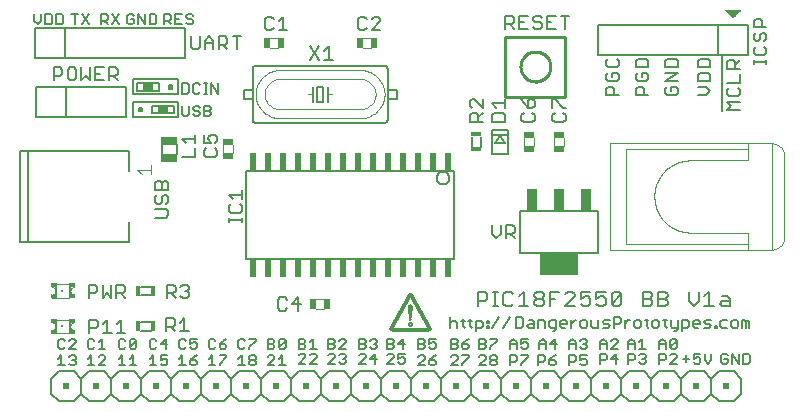
<source format=gto>
G75*
G70*
%OFA0B0*%
%FSLAX24Y24*%
%IPPOS*%
%LPD*%
%AMOC8*
5,1,8,0,0,1.08239X$1,22.5*
%
%ADD10C,0.0080*%
%ADD11C,0.0060*%
%ADD12C,0.0050*%
%ADD13C,0.0025*%
%ADD14C,0.0040*%
%ADD15C,0.0020*%
%ADD16R,0.0197X0.0374*%
%ADD17R,0.0197X0.0374*%
%ADD18R,0.1260X0.0730*%
%ADD19R,0.0340X0.0730*%
%ADD20R,0.0374X0.0197*%
%ADD21R,0.0374X0.0197*%
%ADD22R,0.0551X0.0256*%
%ADD23C,0.0049*%
%ADD24C,0.0086*%
%ADD25R,0.0340X0.0160*%
%ADD26R,0.0197X0.0128*%
%ADD27R,0.0098X0.0059*%
%ADD28R,0.0069X0.0157*%
%ADD29R,0.0079X0.0079*%
%ADD30R,0.0118X0.0118*%
%ADD31R,0.0030X0.0128*%
%ADD32R,0.0160X0.0340*%
%ADD33C,0.0120*%
%ADD34R,0.0200X0.0600*%
%ADD35R,0.0200X0.0200*%
%ADD36R,0.0551X0.0079*%
D10*
X002441Y002711D02*
X002441Y003131D01*
X002651Y003131D01*
X002721Y003061D01*
X002721Y002921D01*
X002651Y002851D01*
X002441Y002851D01*
X002901Y002711D02*
X003181Y002711D01*
X003041Y002711D02*
X003041Y003131D01*
X002901Y002991D01*
X003361Y002991D02*
X003502Y003131D01*
X003502Y002711D01*
X003642Y002711D02*
X003361Y002711D01*
X003342Y003878D02*
X003342Y004299D01*
X003553Y004299D01*
X003623Y004229D01*
X003623Y004088D01*
X003553Y004018D01*
X003342Y004018D01*
X003483Y004018D02*
X003623Y003878D01*
X003162Y003878D02*
X003162Y004299D01*
X002882Y004299D02*
X002882Y003878D01*
X003022Y004018D01*
X003162Y003878D01*
X002702Y004088D02*
X002702Y004229D01*
X002632Y004299D01*
X002422Y004299D01*
X002422Y003878D01*
X002422Y004018D02*
X002632Y004018D01*
X002702Y004088D01*
X015384Y004077D02*
X015384Y003597D01*
X015384Y003757D02*
X015624Y003757D01*
X015704Y003837D01*
X015704Y003997D01*
X015624Y004077D01*
X015384Y004077D01*
X015899Y004077D02*
X016059Y004077D01*
X015979Y004077D02*
X015979Y003597D01*
X015899Y003597D02*
X016059Y003597D01*
X016243Y003677D02*
X016323Y003597D01*
X016483Y003597D01*
X016563Y003677D01*
X016759Y003597D02*
X017079Y003597D01*
X016919Y003597D02*
X016919Y004077D01*
X016759Y003917D01*
X016563Y003997D02*
X016483Y004077D01*
X016323Y004077D01*
X016243Y003997D01*
X016243Y003677D01*
X017274Y003677D02*
X017274Y003757D01*
X017354Y003837D01*
X017514Y003837D01*
X017594Y003757D01*
X017594Y003677D01*
X017514Y003597D01*
X017354Y003597D01*
X017274Y003677D01*
X017354Y003837D02*
X017274Y003917D01*
X017274Y003997D01*
X017354Y004077D01*
X017514Y004077D01*
X017594Y003997D01*
X017594Y003917D01*
X017514Y003837D01*
X017790Y003837D02*
X017950Y003837D01*
X017790Y003597D02*
X017790Y004077D01*
X018110Y004077D01*
X018306Y003997D02*
X018386Y004077D01*
X018546Y004077D01*
X018626Y003997D01*
X018626Y003917D01*
X018306Y003597D01*
X018626Y003597D01*
X018821Y003677D02*
X018901Y003597D01*
X019061Y003597D01*
X019141Y003677D01*
X019141Y003837D01*
X019061Y003917D01*
X018981Y003917D01*
X018821Y003837D01*
X018821Y004077D01*
X019141Y004077D01*
X019337Y004077D02*
X019337Y003837D01*
X019497Y003917D01*
X019577Y003917D01*
X019657Y003837D01*
X019657Y003677D01*
X019577Y003597D01*
X019417Y003597D01*
X019337Y003677D01*
X019852Y003677D02*
X020173Y003997D01*
X020173Y003677D01*
X020093Y003597D01*
X019932Y003597D01*
X019852Y003677D01*
X019852Y003997D01*
X019932Y004077D01*
X020093Y004077D01*
X020173Y003997D01*
X019657Y004077D02*
X019337Y004077D01*
X020884Y004077D02*
X020884Y003597D01*
X021124Y003597D01*
X021204Y003677D01*
X021204Y003757D01*
X021124Y003837D01*
X020884Y003837D01*
X021124Y003837D02*
X021204Y003917D01*
X021204Y003997D01*
X021124Y004077D01*
X020884Y004077D01*
X021399Y004077D02*
X021639Y004077D01*
X021720Y003997D01*
X021720Y003917D01*
X021639Y003837D01*
X021399Y003837D01*
X021399Y003597D02*
X021639Y003597D01*
X021720Y003677D01*
X021720Y003757D01*
X021639Y003837D01*
X021399Y003597D02*
X021399Y004077D01*
X022431Y004077D02*
X022431Y003757D01*
X022591Y003597D01*
X022751Y003757D01*
X022751Y004077D01*
X022946Y003917D02*
X023106Y004077D01*
X023106Y003597D01*
X022946Y003597D02*
X023266Y003597D01*
X023462Y003677D02*
X023542Y003757D01*
X023782Y003757D01*
X023782Y003837D02*
X023782Y003597D01*
X023542Y003597D01*
X023462Y003677D01*
X023702Y003917D02*
X023782Y003837D01*
X023702Y003917D02*
X023542Y003917D01*
X019390Y005367D02*
X016809Y005367D01*
X016809Y006767D01*
X019390Y006767D01*
X019390Y005367D01*
X023541Y010082D02*
X023541Y011923D01*
X023700Y011713D02*
X023770Y011783D01*
X023910Y011783D01*
X023980Y011713D01*
X023980Y011503D01*
X023980Y011643D02*
X024121Y011783D01*
X023700Y011713D02*
X023700Y011503D01*
X024121Y011503D01*
X024121Y011322D02*
X024121Y011042D01*
X023700Y011042D01*
X023770Y010862D02*
X023700Y010792D01*
X023700Y010652D01*
X023770Y010582D01*
X024051Y010582D01*
X024121Y010652D01*
X024121Y010792D01*
X024051Y010862D01*
X024121Y010402D02*
X023700Y010402D01*
X023840Y010262D01*
X023700Y010122D01*
X024121Y010122D01*
X023136Y010771D02*
X022996Y010631D01*
X022716Y010631D01*
X022996Y010911D02*
X023136Y010771D01*
X022996Y010911D02*
X022716Y010911D01*
X022716Y011091D02*
X022716Y011302D01*
X022786Y011372D01*
X023066Y011372D01*
X023136Y011302D01*
X023136Y011091D01*
X022716Y011091D01*
X022054Y011091D02*
X021633Y011091D01*
X022054Y011372D01*
X021633Y011372D01*
X021633Y011552D02*
X021633Y011762D01*
X021703Y011832D01*
X021984Y011832D01*
X022054Y011762D01*
X022054Y011552D01*
X021633Y011552D01*
X021069Y011552D02*
X021069Y011762D01*
X020999Y011832D01*
X020719Y011832D01*
X020649Y011762D01*
X020649Y011552D01*
X021069Y011552D01*
X020999Y011372D02*
X020859Y011372D01*
X020859Y011232D01*
X020719Y011372D02*
X020649Y011302D01*
X020649Y011162D01*
X020719Y011091D01*
X020999Y011091D01*
X021069Y011162D01*
X021069Y011302D01*
X020999Y011372D01*
X020859Y010911D02*
X020719Y010911D01*
X020649Y010841D01*
X020649Y010631D01*
X021069Y010631D01*
X020929Y010631D02*
X020929Y010841D01*
X020859Y010911D01*
X021633Y010841D02*
X021633Y010701D01*
X021703Y010631D01*
X021984Y010631D01*
X022054Y010701D01*
X022054Y010841D01*
X021984Y010911D01*
X021843Y010911D01*
X021843Y010771D01*
X021703Y010911D02*
X021633Y010841D01*
X022716Y011552D02*
X022716Y011762D01*
X022786Y011832D01*
X023066Y011832D01*
X023136Y011762D01*
X023136Y011552D01*
X022716Y011552D01*
X024586Y011653D02*
X024586Y011793D01*
X024586Y011723D02*
X025006Y011723D01*
X025006Y011653D02*
X025006Y011793D01*
X024936Y011960D02*
X024656Y011960D01*
X024586Y012030D01*
X024586Y012170D01*
X024656Y012240D01*
X024656Y012420D02*
X024726Y012420D01*
X024796Y012490D01*
X024796Y012630D01*
X024866Y012700D01*
X024936Y012700D01*
X025006Y012630D01*
X025006Y012490D01*
X024936Y012420D01*
X024936Y012240D02*
X025006Y012170D01*
X025006Y012030D01*
X024936Y011960D01*
X024656Y012420D02*
X024586Y012490D01*
X024586Y012630D01*
X024656Y012700D01*
X024586Y012881D02*
X024586Y013091D01*
X024656Y013161D01*
X024796Y013161D01*
X024866Y013091D01*
X024866Y012881D01*
X025006Y012881D02*
X024586Y012881D01*
X020085Y011762D02*
X020085Y011622D01*
X020015Y011552D01*
X019735Y011552D01*
X019665Y011622D01*
X019665Y011762D01*
X019735Y011832D01*
X020015Y011832D02*
X020085Y011762D01*
X020015Y011372D02*
X019875Y011372D01*
X019875Y011232D01*
X020015Y011372D02*
X020085Y011302D01*
X020085Y011162D01*
X020015Y011091D01*
X019735Y011091D01*
X019665Y011162D01*
X019665Y011302D01*
X019735Y011372D01*
X019735Y010911D02*
X019875Y010911D01*
X019945Y010841D01*
X019945Y010631D01*
X020085Y010631D02*
X019665Y010631D01*
X019665Y010841D01*
X019735Y010911D01*
X007498Y012580D02*
X007217Y012580D01*
X007358Y012580D02*
X007358Y012160D01*
X007037Y012160D02*
X006897Y012300D01*
X006967Y012300D02*
X006757Y012300D01*
X006757Y012160D02*
X006757Y012580D01*
X006967Y012580D01*
X007037Y012510D01*
X007037Y012370D01*
X006967Y012300D01*
X006577Y012370D02*
X006297Y012370D01*
X006297Y012440D02*
X006437Y012580D01*
X006577Y012440D01*
X006577Y012160D01*
X006297Y012160D02*
X006297Y012440D01*
X006117Y012580D02*
X006117Y012230D01*
X006047Y012160D01*
X005906Y012160D01*
X005836Y012230D01*
X005836Y012580D01*
X003381Y011477D02*
X003381Y011337D01*
X003311Y011267D01*
X003101Y011267D01*
X003241Y011267D02*
X003381Y011126D01*
X003101Y011126D02*
X003101Y011547D01*
X003311Y011547D01*
X003381Y011477D01*
X002921Y011547D02*
X002641Y011547D01*
X002641Y011126D01*
X002921Y011126D01*
X002781Y011337D02*
X002641Y011337D01*
X002461Y011547D02*
X002461Y011126D01*
X002320Y011267D01*
X002180Y011126D01*
X002180Y011547D01*
X002000Y011477D02*
X001930Y011547D01*
X001790Y011547D01*
X001720Y011477D01*
X001720Y011196D01*
X001790Y011126D01*
X001930Y011126D01*
X002000Y011196D01*
X002000Y011477D01*
X001540Y011477D02*
X001540Y011337D01*
X001470Y011267D01*
X001260Y011267D01*
X001260Y011126D02*
X001260Y011547D01*
X001470Y011547D01*
X001540Y011477D01*
D11*
X001170Y000670D02*
X001420Y000420D01*
X001920Y000420D01*
X002170Y000670D01*
X002420Y000420D01*
X002920Y000420D01*
X003170Y000670D01*
X003170Y001170D01*
X002920Y001420D01*
X002420Y001420D01*
X002170Y001170D01*
X002170Y000670D01*
X002170Y001170D02*
X001920Y001420D01*
X001420Y001420D01*
X001170Y001170D01*
X001170Y000670D01*
X001397Y001618D02*
X001624Y001618D01*
X001511Y001618D02*
X001511Y001959D01*
X001397Y001845D01*
X001766Y001902D02*
X001822Y001959D01*
X001936Y001959D01*
X001992Y001902D01*
X001992Y001845D01*
X001936Y001789D01*
X001992Y001732D01*
X001992Y001675D01*
X001936Y001618D01*
X001822Y001618D01*
X001766Y001675D01*
X001879Y001789D02*
X001936Y001789D01*
X001992Y002160D02*
X001766Y002160D01*
X001992Y002387D01*
X001992Y002443D01*
X001936Y002500D01*
X001822Y002500D01*
X001766Y002443D01*
X001624Y002443D02*
X001567Y002500D01*
X001454Y002500D01*
X001397Y002443D01*
X001397Y002216D01*
X001454Y002160D01*
X001567Y002160D01*
X001624Y002216D01*
X002381Y002216D02*
X002438Y002160D01*
X002552Y002160D01*
X002608Y002216D01*
X002750Y002160D02*
X002977Y002160D01*
X002863Y002160D02*
X002863Y002500D01*
X002750Y002387D01*
X002608Y002443D02*
X002552Y002500D01*
X002438Y002500D01*
X002381Y002443D01*
X002381Y002216D01*
X002495Y001959D02*
X002495Y001618D01*
X002608Y001618D02*
X002381Y001618D01*
X002750Y001618D02*
X002977Y001845D01*
X002977Y001902D01*
X002920Y001959D01*
X002806Y001959D01*
X002750Y001902D01*
X002495Y001959D02*
X002381Y001845D01*
X002750Y001618D02*
X002977Y001618D01*
X003415Y001618D02*
X003642Y001618D01*
X003528Y001618D02*
X003528Y001959D01*
X003415Y001845D01*
X003783Y001845D02*
X003897Y001959D01*
X003897Y001618D01*
X004010Y001618D02*
X003783Y001618D01*
X003920Y001420D02*
X003420Y001420D01*
X003170Y001170D01*
X003920Y001420D02*
X004170Y001170D01*
X004420Y001420D01*
X004920Y001420D01*
X005170Y001170D01*
X005420Y001420D01*
X005920Y001420D01*
X006170Y001170D01*
X006170Y000670D01*
X005920Y000420D01*
X005420Y000420D01*
X005170Y000670D01*
X004920Y000420D01*
X004420Y000420D01*
X004170Y000670D01*
X003920Y000420D01*
X003420Y000420D01*
X003170Y000670D01*
X004170Y000670D02*
X004170Y001170D01*
X004448Y001618D02*
X004675Y001618D01*
X004562Y001618D02*
X004562Y001959D01*
X004448Y001845D01*
X004817Y001789D02*
X004817Y001959D01*
X005044Y001959D01*
X004987Y001845D02*
X005044Y001789D01*
X005044Y001675D01*
X004987Y001618D01*
X004873Y001618D01*
X004817Y001675D01*
X004817Y001789D02*
X004930Y001845D01*
X004987Y001845D01*
X004987Y002160D02*
X004987Y002500D01*
X004817Y002330D01*
X005044Y002330D01*
X004675Y002443D02*
X004619Y002500D01*
X004505Y002500D01*
X004448Y002443D01*
X004448Y002216D01*
X004505Y002160D01*
X004619Y002160D01*
X004675Y002216D01*
X004010Y002216D02*
X003953Y002160D01*
X003840Y002160D01*
X003783Y002216D01*
X004010Y002443D01*
X004010Y002216D01*
X003783Y002216D02*
X003783Y002443D01*
X003840Y002500D01*
X003953Y002500D01*
X004010Y002443D01*
X003642Y002443D02*
X003585Y002500D01*
X003472Y002500D01*
X003415Y002443D01*
X003415Y002216D01*
X003472Y002160D01*
X003585Y002160D01*
X003642Y002216D01*
X004150Y002777D02*
X004490Y002777D01*
X004490Y003057D02*
X004150Y003057D01*
X005000Y003188D02*
X005000Y002747D01*
X005000Y002894D02*
X005220Y002894D01*
X005294Y002967D01*
X005294Y003114D01*
X005220Y003188D01*
X005000Y003188D01*
X005147Y002894D02*
X005294Y002747D01*
X005460Y002747D02*
X005754Y002747D01*
X005607Y002747D02*
X005607Y003188D01*
X005460Y003041D01*
X005489Y002500D02*
X005433Y002443D01*
X005433Y002216D01*
X005489Y002160D01*
X005603Y002160D01*
X005660Y002216D01*
X005801Y002216D02*
X005858Y002160D01*
X005971Y002160D01*
X006028Y002216D01*
X006028Y002330D01*
X005971Y002387D01*
X005914Y002387D01*
X005801Y002330D01*
X005801Y002500D01*
X006028Y002500D01*
X006417Y002443D02*
X006417Y002216D01*
X006474Y002160D01*
X006587Y002160D01*
X006644Y002216D01*
X006785Y002216D02*
X006842Y002160D01*
X006955Y002160D01*
X007012Y002216D01*
X007012Y002273D01*
X006955Y002330D01*
X006785Y002330D01*
X006785Y002216D01*
X006785Y002330D02*
X006899Y002443D01*
X007012Y002500D01*
X007401Y002443D02*
X007401Y002216D01*
X007458Y002160D01*
X007571Y002160D01*
X007628Y002216D01*
X007769Y002216D02*
X007769Y002160D01*
X007769Y002216D02*
X007996Y002443D01*
X007996Y002500D01*
X007769Y002500D01*
X007628Y002443D02*
X007571Y002500D01*
X007458Y002500D01*
X007401Y002443D01*
X007515Y001959D02*
X007515Y001618D01*
X007628Y001618D02*
X007401Y001618D01*
X007420Y001420D02*
X007170Y001170D01*
X007170Y000670D01*
X007420Y000420D01*
X007920Y000420D01*
X008170Y000670D01*
X008420Y000420D01*
X008920Y000420D01*
X009170Y000670D01*
X009170Y001170D01*
X008920Y001420D01*
X008420Y001420D01*
X008170Y001170D01*
X008170Y000670D01*
X008170Y001170D02*
X007920Y001420D01*
X007420Y001420D01*
X007170Y001170D02*
X006920Y001420D01*
X006420Y001420D01*
X006170Y001170D01*
X005971Y001618D02*
X005858Y001618D01*
X005801Y001675D01*
X005801Y001789D01*
X005971Y001789D01*
X006028Y001732D01*
X006028Y001675D01*
X005971Y001618D01*
X006417Y001618D02*
X006644Y001618D01*
X006530Y001618D02*
X006530Y001959D01*
X006417Y001845D01*
X006028Y001959D02*
X005914Y001902D01*
X005801Y001789D01*
X005546Y001959D02*
X005546Y001618D01*
X005433Y001618D02*
X005660Y001618D01*
X005433Y001845D02*
X005546Y001959D01*
X005660Y002443D02*
X005603Y002500D01*
X005489Y002500D01*
X006417Y002443D02*
X006474Y002500D01*
X006587Y002500D01*
X006644Y002443D01*
X006785Y001959D02*
X007012Y001959D01*
X007012Y001902D01*
X006785Y001675D01*
X006785Y001618D01*
X007401Y001845D02*
X007515Y001959D01*
X007769Y001902D02*
X007769Y001845D01*
X007826Y001789D01*
X007940Y001789D01*
X007996Y001732D01*
X007996Y001675D01*
X007940Y001618D01*
X007826Y001618D01*
X007769Y001675D01*
X007769Y001732D01*
X007826Y001789D01*
X007940Y001789D02*
X007996Y001845D01*
X007996Y001902D01*
X007940Y001959D01*
X007826Y001959D01*
X007769Y001902D01*
X008385Y001902D02*
X008442Y001959D01*
X008556Y001959D01*
X008612Y001902D01*
X008612Y001845D01*
X008385Y001618D01*
X008612Y001618D01*
X008754Y001618D02*
X008981Y001618D01*
X008867Y001618D02*
X008867Y001959D01*
X008754Y001845D01*
X008810Y002160D02*
X008754Y002216D01*
X008981Y002443D01*
X008981Y002216D01*
X008924Y002160D01*
X008810Y002160D01*
X008754Y002216D02*
X008754Y002443D01*
X008810Y002500D01*
X008924Y002500D01*
X008981Y002443D01*
X008612Y002443D02*
X008556Y002500D01*
X008385Y002500D01*
X008385Y002160D01*
X008556Y002160D01*
X008612Y002216D01*
X008612Y002273D01*
X008556Y002330D01*
X008385Y002330D01*
X008556Y002330D02*
X008612Y002387D01*
X008612Y002443D01*
X009419Y002500D02*
X009419Y002160D01*
X009589Y002160D01*
X009646Y002216D01*
X009646Y002273D01*
X009589Y002330D01*
X009419Y002330D01*
X009589Y002330D02*
X009646Y002387D01*
X009646Y002443D01*
X009589Y002500D01*
X009419Y002500D01*
X009787Y002387D02*
X009901Y002500D01*
X009901Y002160D01*
X010014Y002160D02*
X009787Y002160D01*
X009844Y002008D02*
X009787Y001951D01*
X009844Y002008D02*
X009957Y002008D01*
X010014Y001951D01*
X010014Y001894D01*
X009787Y001668D01*
X010014Y001668D01*
X009646Y001668D02*
X009419Y001668D01*
X009646Y001894D01*
X009646Y001951D01*
X009589Y002008D01*
X009476Y002008D01*
X009419Y001951D01*
X009420Y001420D02*
X009920Y001420D01*
X010170Y001170D01*
X010420Y001420D01*
X010920Y001420D01*
X011170Y001170D01*
X011420Y001420D01*
X011920Y001420D01*
X012170Y001170D01*
X012170Y000670D01*
X011920Y000420D01*
X011420Y000420D01*
X011170Y000670D01*
X010920Y000420D01*
X010420Y000420D01*
X010170Y000670D01*
X009920Y000420D01*
X009420Y000420D01*
X009170Y000670D01*
X009170Y001170D02*
X009420Y001420D01*
X010170Y001170D02*
X010170Y000670D01*
X011170Y000670D02*
X011170Y001170D01*
X010942Y001668D02*
X010828Y001668D01*
X010771Y001724D01*
X010630Y001668D02*
X010403Y001668D01*
X010630Y001894D01*
X010630Y001951D01*
X010573Y002008D01*
X010460Y002008D01*
X010403Y001951D01*
X010403Y002160D02*
X010573Y002160D01*
X010630Y002216D01*
X010630Y002273D01*
X010573Y002330D01*
X010403Y002330D01*
X010403Y002160D02*
X010403Y002500D01*
X010573Y002500D01*
X010630Y002443D01*
X010630Y002387D01*
X010573Y002330D01*
X010771Y002443D02*
X010828Y002500D01*
X010942Y002500D01*
X010998Y002443D01*
X010998Y002387D01*
X010771Y002160D01*
X010998Y002160D01*
X010942Y002008D02*
X010998Y001951D01*
X010998Y001894D01*
X010942Y001838D01*
X010998Y001781D01*
X010998Y001724D01*
X010942Y001668D01*
X010942Y001838D02*
X010885Y001838D01*
X010771Y001951D02*
X010828Y002008D01*
X010942Y002008D01*
X011437Y001951D02*
X011493Y002008D01*
X011607Y002008D01*
X011663Y001951D01*
X011663Y001894D01*
X011437Y001668D01*
X011663Y001668D01*
X011805Y001838D02*
X012032Y001838D01*
X011975Y001668D02*
X011975Y002008D01*
X011805Y001838D01*
X011862Y002160D02*
X011805Y002216D01*
X011862Y002160D02*
X011975Y002160D01*
X012032Y002216D01*
X012032Y002273D01*
X011975Y002330D01*
X011918Y002330D01*
X011975Y002330D02*
X012032Y002387D01*
X012032Y002443D01*
X011975Y002500D01*
X011862Y002500D01*
X011805Y002443D01*
X011663Y002443D02*
X011663Y002387D01*
X011607Y002330D01*
X011437Y002330D01*
X011607Y002330D02*
X011663Y002273D01*
X011663Y002216D01*
X011607Y002160D01*
X011437Y002160D01*
X011437Y002500D01*
X011607Y002500D01*
X011663Y002443D01*
X012372Y002500D02*
X012372Y002160D01*
X012542Y002160D01*
X012599Y002216D01*
X012599Y002273D01*
X012542Y002330D01*
X012372Y002330D01*
X012542Y002330D02*
X012599Y002387D01*
X012599Y002443D01*
X012542Y002500D01*
X012372Y002500D01*
X012740Y002330D02*
X012967Y002330D01*
X012910Y002160D02*
X012910Y002500D01*
X012740Y002330D01*
X012740Y002008D02*
X012740Y001838D01*
X012853Y001894D01*
X012910Y001894D01*
X012967Y001838D01*
X012967Y001724D01*
X012910Y001668D01*
X012797Y001668D01*
X012740Y001724D01*
X012599Y001668D02*
X012372Y001668D01*
X012599Y001894D01*
X012599Y001951D01*
X012542Y002008D01*
X012428Y002008D01*
X012372Y001951D01*
X012740Y002008D02*
X012967Y002008D01*
X013405Y001902D02*
X013462Y001959D01*
X013575Y001959D01*
X013632Y001902D01*
X013632Y001845D01*
X013405Y001618D01*
X013632Y001618D01*
X013773Y001675D02*
X013830Y001618D01*
X013944Y001618D01*
X014000Y001675D01*
X014000Y001732D01*
X013944Y001789D01*
X013773Y001789D01*
X013773Y001675D01*
X013773Y001789D02*
X013887Y001902D01*
X014000Y001959D01*
X013944Y002160D02*
X013830Y002160D01*
X013773Y002216D01*
X013773Y002330D02*
X013887Y002387D01*
X013944Y002387D01*
X014000Y002330D01*
X014000Y002216D01*
X013944Y002160D01*
X013773Y002330D02*
X013773Y002500D01*
X014000Y002500D01*
X013632Y002443D02*
X013632Y002387D01*
X013575Y002330D01*
X013405Y002330D01*
X013405Y002160D02*
X013405Y002500D01*
X013575Y002500D01*
X013632Y002443D01*
X013575Y002330D02*
X013632Y002273D01*
X013632Y002216D01*
X013575Y002160D01*
X013405Y002160D01*
X014488Y002160D02*
X014658Y002160D01*
X014715Y002216D01*
X014715Y002273D01*
X014658Y002330D01*
X014488Y002330D01*
X014658Y002330D02*
X014715Y002387D01*
X014715Y002443D01*
X014658Y002500D01*
X014488Y002500D01*
X014488Y002160D01*
X014544Y001959D02*
X014488Y001902D01*
X014544Y001959D02*
X014658Y001959D01*
X014715Y001902D01*
X014715Y001845D01*
X014488Y001618D01*
X014715Y001618D01*
X014856Y001618D02*
X014856Y001675D01*
X015083Y001902D01*
X015083Y001959D01*
X014856Y001959D01*
X014913Y002160D02*
X015026Y002160D01*
X015083Y002216D01*
X015083Y002273D01*
X015026Y002330D01*
X014856Y002330D01*
X014856Y002216D01*
X014913Y002160D01*
X014856Y002330D02*
X014970Y002443D01*
X015083Y002500D01*
X015423Y002500D02*
X015593Y002500D01*
X015650Y002443D01*
X015650Y002387D01*
X015593Y002330D01*
X015423Y002330D01*
X015593Y002330D02*
X015650Y002273D01*
X015650Y002216D01*
X015593Y002160D01*
X015423Y002160D01*
X015423Y002500D01*
X015791Y002500D02*
X016018Y002500D01*
X016018Y002443D01*
X015791Y002216D01*
X015791Y002160D01*
X015848Y001959D02*
X015961Y001959D01*
X016018Y001902D01*
X016018Y001845D01*
X015961Y001789D01*
X015848Y001789D01*
X015791Y001845D01*
X015791Y001902D01*
X015848Y001959D01*
X015848Y001789D02*
X015791Y001732D01*
X015791Y001675D01*
X015848Y001618D01*
X015961Y001618D01*
X016018Y001675D01*
X016018Y001732D01*
X015961Y001789D01*
X016456Y001732D02*
X016626Y001732D01*
X016683Y001789D01*
X016683Y001902D01*
X016626Y001959D01*
X016456Y001959D01*
X016456Y001618D01*
X016420Y001420D02*
X016170Y001170D01*
X016170Y000670D01*
X016420Y000420D01*
X016920Y000420D01*
X017170Y000670D01*
X017420Y000420D01*
X017920Y000420D01*
X018170Y000670D01*
X018170Y001170D01*
X017920Y001420D01*
X017420Y001420D01*
X017170Y001170D01*
X017170Y000670D01*
X017170Y001170D02*
X016920Y001420D01*
X016420Y001420D01*
X016170Y001170D02*
X015920Y001420D01*
X015420Y001420D01*
X015170Y001170D01*
X015170Y000670D01*
X014920Y000420D01*
X014420Y000420D01*
X014170Y000670D01*
X013920Y000420D01*
X013420Y000420D01*
X013170Y000670D01*
X012920Y000420D01*
X012420Y000420D01*
X012170Y000670D01*
X012170Y001170D02*
X012420Y001420D01*
X012920Y001420D01*
X013170Y001170D01*
X013420Y001420D01*
X013920Y001420D01*
X014170Y001170D01*
X014420Y001420D01*
X014920Y001420D01*
X015170Y001170D01*
X015423Y001618D02*
X015650Y001845D01*
X015650Y001902D01*
X015593Y001959D01*
X015480Y001959D01*
X015423Y001902D01*
X015423Y001618D02*
X015650Y001618D01*
X016456Y002160D02*
X016456Y002387D01*
X016570Y002500D01*
X016683Y002387D01*
X016683Y002160D01*
X016825Y002216D02*
X016881Y002160D01*
X016995Y002160D01*
X017051Y002216D01*
X017051Y002330D01*
X016995Y002387D01*
X016938Y002387D01*
X016825Y002330D01*
X016825Y002500D01*
X017051Y002500D01*
X017441Y002387D02*
X017554Y002500D01*
X017667Y002387D01*
X017667Y002160D01*
X017667Y002330D02*
X017441Y002330D01*
X017441Y002387D02*
X017441Y002160D01*
X017391Y001959D02*
X017561Y001959D01*
X017618Y001902D01*
X017618Y001789D01*
X017561Y001732D01*
X017391Y001732D01*
X017391Y001618D02*
X017391Y001959D01*
X017051Y001959D02*
X017051Y001902D01*
X016825Y001675D01*
X016825Y001618D01*
X016825Y001959D02*
X017051Y001959D01*
X016683Y002330D02*
X016456Y002330D01*
X017760Y001789D02*
X017760Y001675D01*
X017816Y001618D01*
X017930Y001618D01*
X017986Y001675D01*
X017986Y001732D01*
X017930Y001789D01*
X017760Y001789D01*
X017873Y001902D01*
X017986Y001959D01*
X017979Y002160D02*
X017979Y002500D01*
X017809Y002330D01*
X018036Y002330D01*
X018425Y002330D02*
X018652Y002330D01*
X018652Y002387D02*
X018652Y002160D01*
X018793Y002216D02*
X018850Y002160D01*
X018963Y002160D01*
X019020Y002216D01*
X019020Y002273D01*
X018963Y002330D01*
X018907Y002330D01*
X018963Y002330D02*
X019020Y002387D01*
X019020Y002443D01*
X018963Y002500D01*
X018850Y002500D01*
X018793Y002443D01*
X018652Y002387D02*
X018538Y002500D01*
X018425Y002387D01*
X018425Y002160D01*
X018425Y001959D02*
X018595Y001959D01*
X018652Y001902D01*
X018652Y001789D01*
X018595Y001732D01*
X018425Y001732D01*
X018425Y001618D02*
X018425Y001959D01*
X018793Y001959D02*
X018793Y001789D01*
X018907Y001845D01*
X018963Y001845D01*
X019020Y001789D01*
X019020Y001675D01*
X018963Y001618D01*
X018850Y001618D01*
X018793Y001675D01*
X018793Y001959D02*
X019020Y001959D01*
X019458Y002008D02*
X019458Y001668D01*
X019458Y001781D02*
X019628Y001781D01*
X019685Y001838D01*
X019685Y001951D01*
X019628Y002008D01*
X019458Y002008D01*
X019458Y002160D02*
X019458Y002387D01*
X019572Y002500D01*
X019685Y002387D01*
X019685Y002160D01*
X019827Y002160D02*
X020053Y002387D01*
X020053Y002443D01*
X019997Y002500D01*
X019883Y002500D01*
X019827Y002443D01*
X019685Y002330D02*
X019458Y002330D01*
X019827Y002160D02*
X020053Y002160D01*
X019997Y002008D02*
X019827Y001838D01*
X020053Y001838D01*
X019997Y001668D02*
X019997Y002008D01*
X020393Y002008D02*
X020393Y001668D01*
X020393Y001781D02*
X020563Y001781D01*
X020620Y001838D01*
X020620Y001951D01*
X020563Y002008D01*
X020393Y002008D01*
X020393Y002160D02*
X020393Y002387D01*
X020507Y002500D01*
X020620Y002387D01*
X020620Y002160D01*
X020762Y002160D02*
X020988Y002160D01*
X020875Y002160D02*
X020875Y002500D01*
X020762Y002387D01*
X020620Y002330D02*
X020393Y002330D01*
X020762Y001951D02*
X020818Y002008D01*
X020932Y002008D01*
X020988Y001951D01*
X020988Y001894D01*
X020932Y001838D01*
X020988Y001781D01*
X020988Y001724D01*
X020932Y001668D01*
X020818Y001668D01*
X020762Y001724D01*
X020875Y001838D02*
X020932Y001838D01*
X021427Y001781D02*
X021597Y001781D01*
X021654Y001838D01*
X021654Y001951D01*
X021597Y002008D01*
X021427Y002008D01*
X021427Y001668D01*
X021795Y001668D02*
X022022Y001894D01*
X022022Y001951D01*
X021965Y002008D01*
X021852Y002008D01*
X021795Y001951D01*
X021852Y002160D02*
X021795Y002216D01*
X022022Y002443D01*
X022022Y002216D01*
X021965Y002160D01*
X021852Y002160D01*
X021795Y002216D02*
X021795Y002443D01*
X021852Y002500D01*
X021965Y002500D01*
X022022Y002443D01*
X021654Y002387D02*
X021654Y002160D01*
X021654Y002330D02*
X021427Y002330D01*
X021427Y002387D02*
X021427Y002160D01*
X021427Y002387D02*
X021540Y002500D01*
X021654Y002387D01*
X022328Y001951D02*
X022328Y001724D01*
X022441Y001838D02*
X022214Y001838D01*
X022022Y001668D02*
X021795Y001668D01*
X021920Y001420D02*
X021420Y001420D01*
X021170Y001170D01*
X021170Y000670D01*
X021420Y000420D01*
X021920Y000420D01*
X022170Y000670D01*
X022420Y000420D01*
X022920Y000420D01*
X023170Y000670D01*
X023420Y000420D01*
X023920Y000420D01*
X024170Y000670D01*
X024170Y001170D01*
X023920Y001420D01*
X023420Y001420D01*
X023170Y001170D01*
X023170Y000670D01*
X023170Y001170D02*
X022920Y001420D01*
X022420Y001420D01*
X022170Y001170D01*
X022170Y000670D01*
X022170Y001170D02*
X021920Y001420D01*
X022582Y001724D02*
X022639Y001668D01*
X022753Y001668D01*
X022809Y001724D01*
X022809Y001838D01*
X022753Y001894D01*
X022696Y001894D01*
X022582Y001838D01*
X022582Y002008D01*
X022809Y002008D01*
X022951Y002008D02*
X022951Y001781D01*
X023064Y001668D01*
X023178Y001781D01*
X023178Y002008D01*
X023494Y001951D02*
X023494Y001724D01*
X023550Y001668D01*
X023664Y001668D01*
X023721Y001724D01*
X023721Y001838D01*
X023607Y001838D01*
X023494Y001951D02*
X023550Y002008D01*
X023664Y002008D01*
X023721Y001951D01*
X023862Y002008D02*
X024089Y001668D01*
X024089Y002008D01*
X024230Y002008D02*
X024400Y002008D01*
X024457Y001951D01*
X024457Y001724D01*
X024400Y001668D01*
X024230Y001668D01*
X024230Y002008D01*
X023862Y002008D02*
X023862Y001668D01*
X021170Y001170D02*
X020920Y001420D01*
X020420Y001420D01*
X020170Y001170D01*
X020170Y000670D01*
X020420Y000420D01*
X020920Y000420D01*
X021170Y000670D01*
X020170Y000670D02*
X019920Y000420D01*
X019420Y000420D01*
X019170Y000670D01*
X018920Y000420D01*
X018420Y000420D01*
X018170Y000670D01*
X018170Y001170D02*
X018420Y001420D01*
X018920Y001420D01*
X019170Y001170D01*
X019420Y001420D01*
X019920Y001420D01*
X020170Y001170D01*
X019170Y001170D02*
X019170Y000670D01*
X016170Y000670D02*
X015920Y000420D01*
X015420Y000420D01*
X015170Y000670D01*
X014170Y000670D02*
X014170Y001170D01*
X013170Y001170D02*
X013170Y000670D01*
X009410Y003439D02*
X009410Y003880D01*
X009190Y003659D01*
X009484Y003659D01*
X009024Y003513D02*
X008950Y003439D01*
X008803Y003439D01*
X008730Y003513D01*
X008730Y003806D01*
X008803Y003880D01*
X008950Y003880D01*
X009024Y003806D01*
X007653Y005159D02*
X014603Y005159D01*
X014603Y008083D01*
X007653Y008083D01*
X007653Y005159D01*
X005774Y004235D02*
X005774Y004162D01*
X005701Y004088D01*
X005774Y004015D01*
X005774Y003942D01*
X005701Y003868D01*
X005554Y003868D01*
X005480Y003942D01*
X005314Y003868D02*
X005167Y004015D01*
X005240Y004015D02*
X005020Y004015D01*
X005020Y003868D02*
X005020Y004309D01*
X005240Y004309D01*
X005314Y004235D01*
X005314Y004088D01*
X005240Y004015D01*
X005480Y004235D02*
X005554Y004309D01*
X005701Y004309D01*
X005774Y004235D01*
X005701Y004088D02*
X005627Y004088D01*
X004490Y003958D02*
X004150Y003958D01*
X004150Y004238D02*
X004490Y004238D01*
X007098Y006392D02*
X007098Y006539D01*
X007098Y006465D02*
X007538Y006465D01*
X007538Y006392D02*
X007538Y006539D01*
X007465Y006699D02*
X007538Y006772D01*
X007538Y006919D01*
X007465Y006993D01*
X007538Y007159D02*
X007538Y007453D01*
X007538Y007306D02*
X007098Y007306D01*
X007244Y007159D01*
X007171Y006993D02*
X007098Y006919D01*
X007098Y006772D01*
X007171Y006699D01*
X007465Y006699D01*
X005077Y006760D02*
X005077Y006613D01*
X005004Y006540D01*
X004637Y006540D01*
X004637Y006833D02*
X005004Y006833D01*
X005077Y006760D01*
X005004Y007000D02*
X005077Y007073D01*
X005077Y007220D01*
X005004Y007294D01*
X004931Y007294D01*
X004857Y007220D01*
X004857Y007073D01*
X004784Y007000D01*
X004710Y007000D01*
X004637Y007073D01*
X004637Y007220D01*
X004710Y007294D01*
X004637Y007460D02*
X004637Y007681D01*
X004710Y007754D01*
X004784Y007754D01*
X004857Y007681D01*
X004857Y007460D01*
X005077Y007460D02*
X004637Y007460D01*
X004857Y007681D02*
X004931Y007754D01*
X005004Y007754D01*
X005077Y007681D01*
X005077Y007460D01*
X005523Y008557D02*
X005963Y008557D01*
X005963Y008851D01*
X005963Y009018D02*
X005963Y009311D01*
X005963Y009165D02*
X005523Y009165D01*
X005670Y009018D01*
X005357Y008984D02*
X005357Y008661D01*
X004857Y008661D02*
X004857Y008984D01*
X006261Y009018D02*
X006481Y009018D01*
X006408Y009165D01*
X006408Y009238D01*
X006481Y009311D01*
X006628Y009311D01*
X006701Y009238D01*
X006701Y009091D01*
X006628Y009018D01*
X006628Y008851D02*
X006701Y008778D01*
X006701Y008631D01*
X006628Y008557D01*
X006334Y008557D01*
X006261Y008631D01*
X006261Y008778D01*
X006334Y008851D01*
X006261Y009018D02*
X006261Y009311D01*
X006261Y009927D02*
X006432Y009927D01*
X006488Y009984D01*
X006488Y010041D01*
X006432Y010098D01*
X006261Y010098D01*
X006120Y010041D02*
X006120Y009984D01*
X006063Y009927D01*
X005950Y009927D01*
X005893Y009984D01*
X005950Y010098D02*
X006063Y010098D01*
X006120Y010041D01*
X006120Y010211D02*
X006063Y010268D01*
X005950Y010268D01*
X005893Y010211D01*
X005893Y010154D01*
X005950Y010098D01*
X005752Y009984D02*
X005752Y010268D01*
X005525Y010268D02*
X005525Y009984D01*
X005581Y009927D01*
X005695Y009927D01*
X005752Y009984D01*
X006261Y009927D02*
X006261Y010268D01*
X006432Y010268D01*
X006488Y010211D01*
X006488Y010154D01*
X006432Y010098D01*
X006375Y010677D02*
X006261Y010677D01*
X006318Y010677D02*
X006318Y011018D01*
X006261Y011018D02*
X006375Y011018D01*
X006507Y011018D02*
X006734Y010677D01*
X006734Y011018D01*
X006507Y011018D02*
X006507Y010677D01*
X006120Y010734D02*
X006063Y010677D01*
X005950Y010677D01*
X005893Y010734D01*
X005893Y010961D01*
X005950Y011018D01*
X006063Y011018D01*
X006120Y010961D01*
X005752Y010961D02*
X005752Y010734D01*
X005695Y010677D01*
X005525Y010677D01*
X005525Y011018D01*
X005695Y011018D01*
X005752Y010961D01*
X007583Y010809D02*
X007583Y010509D01*
X007883Y010509D01*
X007883Y010809D01*
X007583Y010809D01*
X007883Y010809D02*
X007883Y011109D01*
X007883Y011509D01*
X007885Y011526D01*
X007889Y011543D01*
X007896Y011559D01*
X007906Y011573D01*
X007919Y011586D01*
X007933Y011596D01*
X007949Y011603D01*
X007966Y011607D01*
X007983Y011609D01*
X012283Y011609D01*
X012300Y011607D01*
X012317Y011603D01*
X012333Y011596D01*
X012347Y011586D01*
X012360Y011573D01*
X012370Y011559D01*
X012377Y011543D01*
X012381Y011526D01*
X012383Y011509D01*
X012383Y011109D01*
X012383Y010209D01*
X012383Y009809D01*
X012381Y009792D01*
X012377Y009775D01*
X012370Y009759D01*
X012360Y009745D01*
X012347Y009732D01*
X012333Y009722D01*
X012317Y009715D01*
X012300Y009711D01*
X012283Y009709D01*
X007983Y009709D01*
X007966Y009711D01*
X007949Y009715D01*
X007933Y009722D01*
X007919Y009732D01*
X007906Y009745D01*
X007896Y009759D01*
X007889Y009775D01*
X007885Y009792D01*
X007883Y009809D01*
X007883Y010209D01*
X007883Y010509D01*
X009883Y010409D02*
X009883Y010659D01*
X009883Y010909D01*
X010033Y010909D02*
X010233Y010909D01*
X010233Y010409D01*
X010033Y010409D01*
X010033Y010909D01*
X010383Y010909D02*
X010383Y010659D01*
X010383Y010409D01*
X012383Y010509D02*
X012683Y010509D01*
X012683Y010809D01*
X012383Y010809D01*
X010567Y011805D02*
X010273Y011805D01*
X010420Y011805D02*
X010420Y012246D01*
X010273Y012099D01*
X010106Y012246D02*
X009813Y011805D01*
X010106Y011805D02*
X009813Y012246D01*
X009041Y012790D02*
X008747Y012790D01*
X008894Y012790D02*
X008894Y013230D01*
X008747Y013083D01*
X008581Y013157D02*
X008507Y013230D01*
X008360Y013230D01*
X008287Y013157D01*
X008287Y012863D01*
X008360Y012790D01*
X008507Y012790D01*
X008581Y012863D01*
X005904Y013043D02*
X005847Y012987D01*
X005734Y012987D01*
X005677Y013043D01*
X005734Y013157D02*
X005847Y013157D01*
X005904Y013100D01*
X005904Y013043D01*
X005734Y013157D02*
X005677Y013213D01*
X005677Y013270D01*
X005734Y013327D01*
X005847Y013327D01*
X005904Y013270D01*
X005536Y013327D02*
X005309Y013327D01*
X005309Y012987D01*
X005536Y012987D01*
X005422Y013157D02*
X005309Y013157D01*
X005167Y013157D02*
X005111Y013100D01*
X004941Y013100D01*
X005054Y013100D02*
X005167Y012987D01*
X005167Y013157D02*
X005167Y013270D01*
X005111Y013327D01*
X004941Y013327D01*
X004941Y012987D01*
X004674Y013043D02*
X004674Y013270D01*
X004617Y013327D01*
X004447Y013327D01*
X004447Y012987D01*
X004617Y012987D01*
X004674Y013043D01*
X004305Y012987D02*
X004305Y013327D01*
X004079Y013327D02*
X004305Y012987D01*
X004079Y012987D02*
X004079Y013327D01*
X003937Y013270D02*
X003880Y013327D01*
X003767Y013327D01*
X003710Y013270D01*
X003710Y013043D01*
X003767Y012987D01*
X003880Y012987D01*
X003937Y013043D01*
X003937Y013157D01*
X003824Y013157D01*
X003420Y012987D02*
X003193Y013327D01*
X003051Y013270D02*
X003051Y013157D01*
X002995Y013100D01*
X002824Y013100D01*
X002824Y012987D02*
X002824Y013327D01*
X002995Y013327D01*
X003051Y013270D01*
X002938Y013100D02*
X003051Y012987D01*
X003193Y012987D02*
X003420Y013327D01*
X002435Y013327D02*
X002208Y012987D01*
X002435Y012987D02*
X002208Y013327D01*
X002067Y013327D02*
X001840Y013327D01*
X001954Y013327D02*
X001954Y012987D01*
X001573Y013043D02*
X001573Y013270D01*
X001517Y013327D01*
X001346Y013327D01*
X001346Y012987D01*
X001517Y012987D01*
X001573Y013043D01*
X001205Y013043D02*
X001148Y012987D01*
X000978Y012987D01*
X000978Y013327D01*
X001148Y013327D01*
X001205Y013270D01*
X001205Y013043D01*
X000837Y013100D02*
X000837Y013327D01*
X000610Y013327D02*
X000610Y013100D01*
X000723Y012987D01*
X000837Y013100D01*
X011387Y013157D02*
X011387Y012863D01*
X011461Y012790D01*
X011608Y012790D01*
X011681Y012863D01*
X011848Y012790D02*
X012141Y013083D01*
X012141Y013157D01*
X012068Y013230D01*
X011921Y013230D01*
X011848Y013157D01*
X011681Y013157D02*
X011608Y013230D01*
X011461Y013230D01*
X011387Y013157D01*
X011848Y012790D02*
X012141Y012790D01*
X016309Y012839D02*
X016309Y013279D01*
X016529Y013279D01*
X016602Y013206D01*
X016602Y013059D01*
X016529Y012986D01*
X016309Y012986D01*
X016455Y012986D02*
X016602Y012839D01*
X016769Y012839D02*
X017063Y012839D01*
X017229Y012912D02*
X017303Y012839D01*
X017450Y012839D01*
X017523Y012912D01*
X017523Y012986D01*
X017450Y013059D01*
X017303Y013059D01*
X017229Y013132D01*
X017229Y013206D01*
X017303Y013279D01*
X017450Y013279D01*
X017523Y013206D01*
X017690Y013279D02*
X017690Y012839D01*
X017983Y012839D01*
X017836Y013059D02*
X017690Y013059D01*
X017690Y013279D02*
X017983Y013279D01*
X018150Y013279D02*
X018444Y013279D01*
X018297Y013279D02*
X018297Y012839D01*
X017063Y013279D02*
X016769Y013279D01*
X016769Y012839D01*
X016769Y013059D02*
X016916Y013059D01*
X016842Y010492D02*
X016915Y010346D01*
X017062Y010199D01*
X017062Y010419D01*
X017135Y010492D01*
X017209Y010492D01*
X017282Y010419D01*
X017282Y010272D01*
X017209Y010199D01*
X017062Y010199D01*
X017209Y010032D02*
X017282Y009959D01*
X017282Y009812D01*
X017209Y009739D01*
X016915Y009739D01*
X016842Y009812D01*
X016842Y009959D01*
X016915Y010032D01*
X016298Y009959D02*
X016224Y010032D01*
X015931Y010032D01*
X015858Y009959D01*
X015858Y009739D01*
X016298Y009739D01*
X016298Y009959D01*
X016298Y010199D02*
X016298Y010492D01*
X016298Y010346D02*
X015858Y010346D01*
X016004Y010199D01*
X015560Y010199D02*
X015560Y010492D01*
X015560Y010199D02*
X015266Y010492D01*
X015193Y010492D01*
X015119Y010419D01*
X015119Y010272D01*
X015193Y010199D01*
X015193Y010032D02*
X015340Y010032D01*
X015413Y009959D01*
X015413Y009739D01*
X015413Y009885D02*
X015560Y010032D01*
X015193Y010032D02*
X015119Y009959D01*
X015119Y009739D01*
X015560Y009739D01*
X015855Y009462D02*
X016407Y009462D01*
X016407Y008675D01*
X015855Y008675D01*
X015855Y009462D01*
X016131Y009266D02*
X015974Y009029D01*
X016289Y009029D01*
X016131Y009266D01*
X015484Y009239D02*
X015484Y008899D01*
X015203Y008899D02*
X015203Y009239D01*
X014023Y007861D02*
X014025Y007890D01*
X014031Y007918D01*
X014040Y007945D01*
X014054Y007970D01*
X014070Y007994D01*
X014090Y008014D01*
X014112Y008033D01*
X014136Y008047D01*
X014163Y008059D01*
X014190Y008067D01*
X014219Y008071D01*
X014247Y008071D01*
X014276Y008067D01*
X014303Y008059D01*
X014330Y008047D01*
X014354Y008033D01*
X014376Y008014D01*
X014396Y007994D01*
X014412Y007970D01*
X014426Y007945D01*
X014435Y007918D01*
X014441Y007890D01*
X014443Y007861D01*
X014441Y007832D01*
X014435Y007804D01*
X014426Y007777D01*
X014412Y007752D01*
X014396Y007728D01*
X014376Y007708D01*
X014354Y007689D01*
X014330Y007675D01*
X014303Y007663D01*
X014276Y007655D01*
X014247Y007651D01*
X014219Y007651D01*
X014190Y007655D01*
X014163Y007663D01*
X014136Y007675D01*
X014112Y007689D01*
X014090Y007708D01*
X014070Y007728D01*
X014054Y007752D01*
X014040Y007777D01*
X014031Y007804D01*
X014025Y007832D01*
X014023Y007861D01*
X015866Y006291D02*
X015866Y005997D01*
X016013Y005851D01*
X016159Y005997D01*
X016159Y006291D01*
X016326Y006291D02*
X016546Y006291D01*
X016620Y006218D01*
X016620Y006071D01*
X016546Y005997D01*
X016326Y005997D01*
X016326Y005851D02*
X016326Y006291D01*
X016473Y005997D02*
X016620Y005851D01*
X017949Y009739D02*
X018242Y009739D01*
X018316Y009812D01*
X018316Y009959D01*
X018242Y010032D01*
X018242Y010199D02*
X018316Y010199D01*
X018242Y010199D02*
X017949Y010492D01*
X017875Y010492D01*
X017875Y010199D01*
X017949Y010032D02*
X017875Y009959D01*
X017875Y009812D01*
X017949Y009739D01*
X005170Y001170D02*
X005170Y000670D01*
X006170Y000670D02*
X006420Y000420D01*
X006920Y000420D01*
X007170Y000670D01*
D12*
X013145Y003133D02*
X013096Y003576D01*
X013194Y003576D01*
X013145Y003133D01*
X013141Y003171D02*
X013149Y003171D01*
X013154Y003219D02*
X013135Y003219D01*
X013130Y003268D02*
X013160Y003268D01*
X013165Y003317D02*
X013124Y003317D01*
X013119Y003365D02*
X013171Y003365D01*
X013176Y003414D02*
X013114Y003414D01*
X013108Y003462D02*
X013181Y003462D01*
X013187Y003511D02*
X013103Y003511D01*
X013097Y003559D02*
X013192Y003559D01*
X013194Y003576D02*
X013192Y003589D01*
X013187Y003600D01*
X013180Y003611D01*
X013170Y003618D01*
X013158Y003623D01*
X013145Y003625D01*
X013132Y003623D01*
X013121Y003618D01*
X013110Y003611D01*
X013103Y003600D01*
X013098Y003589D01*
X013096Y003576D01*
X013096Y002985D02*
X013098Y002998D01*
X013103Y003010D01*
X013112Y003021D01*
X013122Y003029D01*
X013135Y003033D01*
X013148Y003034D01*
X013161Y003031D01*
X013173Y003025D01*
X013183Y003016D01*
X013190Y003005D01*
X013194Y002992D01*
X013194Y002978D01*
X013190Y002965D01*
X013183Y002954D01*
X013173Y002945D01*
X013161Y002939D01*
X013148Y002936D01*
X013135Y002937D01*
X013122Y002941D01*
X013112Y002949D01*
X013103Y002960D01*
X013098Y002972D01*
X013096Y002985D01*
X014464Y003044D02*
X014522Y003103D01*
X014639Y003103D01*
X014697Y003044D01*
X014697Y002869D01*
X014890Y002928D02*
X014949Y002869D01*
X014890Y002928D02*
X014890Y003161D01*
X014832Y003103D02*
X014949Y003103D01*
X015077Y003103D02*
X015194Y003103D01*
X015136Y003161D02*
X015136Y002928D01*
X015194Y002869D01*
X015323Y002869D02*
X015498Y002869D01*
X015556Y002928D01*
X015556Y003044D01*
X015498Y003103D01*
X015323Y003103D01*
X015323Y002752D01*
X015691Y002869D02*
X015691Y002928D01*
X015749Y002928D01*
X015749Y002869D01*
X015691Y002869D01*
X015875Y002869D02*
X016109Y003219D01*
X015749Y003103D02*
X015749Y003044D01*
X015691Y003044D01*
X015691Y003103D01*
X015749Y003103D01*
X016244Y002869D02*
X016477Y003219D01*
X016663Y003229D02*
X016838Y003229D01*
X016896Y003171D01*
X016896Y002938D01*
X016838Y002879D01*
X016663Y002879D01*
X016663Y003229D01*
X017089Y003113D02*
X017206Y003113D01*
X017265Y003054D01*
X017265Y002879D01*
X017089Y002879D01*
X017031Y002938D01*
X017089Y002996D01*
X017265Y002996D01*
X017399Y002879D02*
X017399Y003113D01*
X017574Y003113D01*
X017633Y003054D01*
X017633Y002879D01*
X017768Y002938D02*
X017826Y002879D01*
X018001Y002879D01*
X018001Y002821D02*
X018001Y003113D01*
X017826Y003113D01*
X017768Y003054D01*
X017768Y002938D01*
X017884Y002762D02*
X017943Y002762D01*
X018001Y002821D01*
X018136Y002938D02*
X018136Y003054D01*
X018194Y003113D01*
X018311Y003113D01*
X018369Y003054D01*
X018369Y002996D01*
X018136Y002996D01*
X018136Y002938D02*
X018194Y002879D01*
X018311Y002879D01*
X018504Y002879D02*
X018504Y003113D01*
X018504Y002996D02*
X018621Y003113D01*
X018679Y003113D01*
X018811Y003054D02*
X018811Y002938D01*
X018869Y002879D01*
X018986Y002879D01*
X019045Y002938D01*
X019045Y003054D01*
X018986Y003113D01*
X018869Y003113D01*
X018811Y003054D01*
X019179Y003113D02*
X019179Y002938D01*
X019238Y002879D01*
X019413Y002879D01*
X019413Y003113D01*
X019548Y003054D02*
X019606Y003113D01*
X019781Y003113D01*
X019723Y002996D02*
X019606Y002996D01*
X019548Y003054D01*
X019723Y002996D02*
X019781Y002938D01*
X019723Y002879D01*
X019548Y002879D01*
X019916Y002879D02*
X019916Y003229D01*
X020091Y003229D01*
X020150Y003171D01*
X020150Y003054D01*
X020091Y002996D01*
X019916Y002996D01*
X020284Y002996D02*
X020401Y003113D01*
X020459Y003113D01*
X020591Y003054D02*
X020591Y002938D01*
X020650Y002879D01*
X020766Y002879D01*
X020825Y002938D01*
X020825Y003054D01*
X020766Y003113D01*
X020650Y003113D01*
X020591Y003054D01*
X020284Y003113D02*
X020284Y002879D01*
X020960Y003113D02*
X021076Y003113D01*
X021018Y003171D02*
X021018Y002938D01*
X021076Y002879D01*
X021205Y002938D02*
X021263Y002879D01*
X021380Y002879D01*
X021439Y002938D01*
X021439Y003054D01*
X021380Y003113D01*
X021263Y003113D01*
X021205Y003054D01*
X021205Y002938D01*
X021573Y003113D02*
X021690Y003113D01*
X021632Y003171D02*
X021632Y002938D01*
X021690Y002879D01*
X021819Y002938D02*
X021877Y002879D01*
X022052Y002879D01*
X022052Y002821D02*
X021994Y002762D01*
X021936Y002762D01*
X022052Y002821D02*
X022052Y003113D01*
X022187Y003113D02*
X022362Y003113D01*
X022421Y003054D01*
X022421Y002938D01*
X022362Y002879D01*
X022187Y002879D01*
X022187Y002762D02*
X022187Y003113D01*
X022556Y003054D02*
X022556Y002938D01*
X022614Y002879D01*
X022731Y002879D01*
X022789Y002996D02*
X022556Y002996D01*
X022556Y003054D02*
X022614Y003113D01*
X022731Y003113D01*
X022789Y003054D01*
X022789Y002996D01*
X022924Y003054D02*
X022982Y003113D01*
X023157Y003113D01*
X023099Y002996D02*
X022982Y002996D01*
X022924Y003054D01*
X023099Y002996D02*
X023157Y002938D01*
X023099Y002879D01*
X022924Y002879D01*
X023292Y002879D02*
X023292Y002938D01*
X023350Y002938D01*
X023350Y002879D01*
X023292Y002879D01*
X023476Y002938D02*
X023535Y002879D01*
X023710Y002879D01*
X023845Y002938D02*
X023903Y002879D01*
X024020Y002879D01*
X024078Y002938D01*
X024078Y003054D01*
X024020Y003113D01*
X023903Y003113D01*
X023845Y003054D01*
X023845Y002938D01*
X023710Y003113D02*
X023535Y003113D01*
X023476Y003054D01*
X023476Y002938D01*
X024213Y002879D02*
X024213Y003113D01*
X024271Y003113D01*
X024330Y003054D01*
X024388Y003113D01*
X024446Y003054D01*
X024446Y002879D01*
X024330Y002879D02*
X024330Y003054D01*
X021819Y003113D02*
X021819Y002938D01*
X014464Y002869D02*
X014464Y003219D01*
X003749Y005732D02*
X002824Y005732D01*
X001879Y005732D01*
X000659Y005732D01*
X000383Y005732D01*
X000127Y005732D01*
X000127Y008764D01*
X000383Y008764D01*
X000659Y008764D01*
X001879Y008764D01*
X002824Y008764D01*
X003749Y008764D01*
X003749Y008488D01*
X003749Y008094D01*
X003749Y006401D02*
X003749Y006008D01*
X003749Y005732D01*
X000383Y005732D02*
X000383Y008764D01*
X000670Y009897D02*
X001670Y009897D01*
X001670Y010897D01*
X003670Y010897D01*
X003670Y009897D01*
X001670Y009897D01*
X000670Y009897D02*
X000670Y010897D01*
X001670Y010897D01*
X001639Y011866D02*
X000639Y011866D01*
X000639Y012866D01*
X001639Y012866D01*
X001639Y011866D01*
X005639Y011866D01*
X005639Y012866D01*
X001639Y012866D01*
X003895Y011147D02*
X005395Y011147D01*
X005395Y010647D01*
X003895Y010647D01*
X003895Y011147D01*
X004020Y011022D02*
X004770Y011022D01*
X004770Y010772D01*
X004020Y010772D01*
X004020Y011022D01*
X004270Y011022D02*
X004520Y011022D01*
X004520Y010997D01*
X004270Y010997D01*
X004270Y011022D01*
X004270Y010997D02*
X004270Y010947D01*
X004520Y010947D01*
X004520Y010897D01*
X004270Y010897D01*
X004270Y010847D01*
X004520Y010847D01*
X004520Y010797D01*
X004270Y010797D01*
X004270Y010847D01*
X004270Y010797D02*
X004270Y010772D01*
X004520Y010772D01*
X004520Y010797D01*
X004520Y010847D02*
X004520Y010897D01*
X004520Y010947D02*
X004520Y010997D01*
X004270Y010947D02*
X004270Y010897D01*
X005082Y010897D02*
X005082Y010847D01*
X005207Y010847D01*
X005207Y010835D01*
X005082Y010835D01*
X005082Y010847D01*
X005082Y010897D02*
X005207Y010897D01*
X005207Y010947D01*
X005082Y010947D01*
X005082Y010960D01*
X005207Y010960D01*
X005207Y010947D01*
X005207Y010897D02*
X005207Y010847D01*
X005082Y010897D02*
X005082Y010947D01*
X005395Y010397D02*
X003895Y010397D01*
X003895Y009897D01*
X005395Y009897D01*
X005395Y010397D01*
X005270Y010272D02*
X005270Y010022D01*
X004520Y010022D01*
X004520Y010272D01*
X005270Y010272D01*
X005020Y010272D02*
X004770Y010272D01*
X004770Y010247D01*
X005020Y010247D01*
X005020Y010197D01*
X005020Y010147D01*
X004770Y010147D01*
X004770Y010097D01*
X005020Y010097D01*
X005020Y010047D01*
X004770Y010047D01*
X004770Y010097D01*
X004770Y010047D02*
X004770Y010022D01*
X005020Y010022D01*
X005020Y010047D01*
X005020Y010097D02*
X005020Y010147D01*
X005020Y010197D02*
X004770Y010197D01*
X004770Y010247D01*
X004770Y010197D02*
X004770Y010147D01*
X005020Y010247D02*
X005020Y010272D01*
X004207Y010210D02*
X004082Y010210D01*
X004082Y010197D01*
X004207Y010197D01*
X004207Y010147D01*
X004082Y010147D01*
X004082Y010097D01*
X004207Y010097D01*
X004207Y010085D01*
X004082Y010085D01*
X004082Y010097D01*
X004082Y010147D02*
X004082Y010197D01*
X004207Y010210D02*
X004207Y010197D01*
X004207Y010147D02*
X004207Y010097D01*
X019389Y011964D02*
X019389Y012964D01*
X023389Y012964D01*
X023389Y011964D01*
X019389Y011964D01*
X023389Y011964D02*
X024389Y011964D01*
X024389Y012964D01*
X023389Y012964D01*
D13*
X023803Y013300D02*
X023974Y013300D01*
X023951Y013276D02*
X023827Y013276D01*
X023850Y013253D02*
X023927Y013253D01*
X023904Y013229D02*
X023874Y013229D01*
X023889Y013214D02*
X023639Y013464D01*
X024139Y013464D01*
X023889Y013214D01*
X023780Y013323D02*
X023998Y013323D01*
X024021Y013347D02*
X023756Y013347D01*
X023733Y013370D02*
X024045Y013370D01*
X024068Y013394D02*
X023709Y013394D01*
X023686Y013417D02*
X024092Y013417D01*
X024115Y013441D02*
X023662Y013441D01*
D14*
X018264Y009209D02*
X018264Y008929D01*
X017929Y008929D02*
X017929Y009209D01*
X017280Y009209D02*
X017280Y008929D01*
X016945Y008929D02*
X016945Y009209D01*
X011842Y012196D02*
X011562Y012196D01*
X011562Y012531D02*
X011842Y012531D01*
X008742Y012536D02*
X008461Y012536D01*
X008461Y012201D02*
X008742Y012201D01*
X007246Y008963D02*
X007246Y008683D01*
X006911Y008683D02*
X006911Y008963D01*
X004505Y008296D02*
X004505Y007989D01*
X004505Y008142D02*
X004044Y008142D01*
X004198Y007989D01*
X001771Y004325D02*
X001357Y004325D01*
X001200Y004235D02*
X001222Y004230D01*
X001242Y004222D01*
X001260Y004211D01*
X001277Y004196D01*
X001291Y004180D01*
X001303Y004161D01*
X001311Y004141D01*
X001316Y004120D01*
X001318Y004098D01*
X001316Y004076D01*
X001311Y004055D01*
X001303Y004035D01*
X001291Y004016D01*
X001277Y004000D01*
X001260Y003985D01*
X001242Y003974D01*
X001222Y003966D01*
X001200Y003961D01*
X001188Y003921D02*
X001190Y003933D01*
X001195Y003944D01*
X001203Y003953D01*
X001214Y003959D01*
X001226Y003962D01*
X001238Y003961D01*
X001250Y003957D01*
X001259Y003949D01*
X001266Y003939D01*
X001270Y003927D01*
X001270Y003915D01*
X001266Y003903D01*
X001259Y003893D01*
X001249Y003885D01*
X001238Y003881D01*
X001226Y003880D01*
X001214Y003883D01*
X001203Y003889D01*
X001195Y003898D01*
X001190Y003909D01*
X001188Y003921D01*
X001200Y003872D02*
X001761Y003872D01*
X001929Y003961D02*
X001907Y003966D01*
X001887Y003974D01*
X001869Y003985D01*
X001852Y004000D01*
X001838Y004016D01*
X001826Y004035D01*
X001818Y004055D01*
X001813Y004076D01*
X001811Y004098D01*
X001813Y004120D01*
X001818Y004141D01*
X001826Y004161D01*
X001838Y004180D01*
X001852Y004196D01*
X001869Y004211D01*
X001887Y004222D01*
X001907Y004230D01*
X001929Y004235D01*
X001771Y003144D02*
X001357Y003144D01*
X001200Y003054D02*
X001222Y003049D01*
X001242Y003041D01*
X001260Y003030D01*
X001277Y003015D01*
X001291Y002999D01*
X001303Y002980D01*
X001311Y002960D01*
X001316Y002939D01*
X001318Y002917D01*
X001316Y002895D01*
X001311Y002874D01*
X001303Y002854D01*
X001291Y002835D01*
X001277Y002819D01*
X001260Y002804D01*
X001242Y002793D01*
X001222Y002785D01*
X001200Y002780D01*
X001188Y002740D02*
X001190Y002752D01*
X001195Y002763D01*
X001203Y002772D01*
X001214Y002778D01*
X001226Y002781D01*
X001238Y002780D01*
X001250Y002776D01*
X001259Y002768D01*
X001266Y002758D01*
X001270Y002746D01*
X001270Y002734D01*
X001266Y002722D01*
X001259Y002712D01*
X001249Y002704D01*
X001238Y002700D01*
X001226Y002699D01*
X001214Y002702D01*
X001203Y002708D01*
X001195Y002717D01*
X001190Y002728D01*
X001188Y002740D01*
X001200Y002691D02*
X001761Y002691D01*
X001929Y002780D02*
X001907Y002785D01*
X001887Y002793D01*
X001869Y002804D01*
X001852Y002819D01*
X001838Y002835D01*
X001826Y002854D01*
X001818Y002874D01*
X001813Y002895D01*
X001811Y002917D01*
X001813Y002939D01*
X001818Y002960D01*
X001826Y002980D01*
X001838Y002999D01*
X001852Y003015D01*
X001869Y003030D01*
X001887Y003041D01*
X001907Y003049D01*
X001929Y003054D01*
X009993Y003502D02*
X010273Y003502D01*
X010273Y003837D02*
X009993Y003837D01*
D15*
X008783Y009859D02*
X011483Y009859D01*
X011483Y010159D02*
X008783Y010159D01*
X008122Y010209D02*
X008092Y010257D01*
X008065Y010306D01*
X008042Y010357D01*
X008023Y010410D01*
X008007Y010464D01*
X007995Y010519D01*
X007987Y010575D01*
X007983Y010631D01*
X007983Y010687D01*
X007987Y010743D01*
X007995Y010799D01*
X008007Y010854D01*
X008023Y010908D01*
X008042Y010961D01*
X008065Y011012D01*
X008092Y011061D01*
X008122Y011109D01*
X008783Y011159D02*
X011483Y011159D01*
X011483Y011459D02*
X008783Y011459D01*
X008783Y011159D02*
X008745Y011158D01*
X008708Y011153D01*
X008671Y011146D01*
X008635Y011137D01*
X008599Y011124D01*
X008565Y011109D01*
X008565Y010209D02*
X008599Y010194D01*
X008635Y010181D01*
X008671Y010172D01*
X008708Y010165D01*
X008745Y010160D01*
X008783Y010159D01*
X008565Y010209D02*
X008527Y010229D01*
X008491Y010253D01*
X008457Y010280D01*
X008426Y010309D01*
X008397Y010341D01*
X008371Y010375D01*
X008348Y010412D01*
X008329Y010450D01*
X008312Y010490D01*
X008300Y010531D01*
X008290Y010573D01*
X008285Y010616D01*
X008283Y010659D01*
X008285Y010702D01*
X008290Y010745D01*
X008300Y010787D01*
X008312Y010828D01*
X008329Y010868D01*
X008348Y010906D01*
X008371Y010943D01*
X008397Y010977D01*
X008426Y011009D01*
X008457Y011038D01*
X008491Y011065D01*
X008527Y011089D01*
X008565Y011109D01*
X008122Y010209D02*
X008154Y010164D01*
X008190Y010122D01*
X008229Y010082D01*
X008271Y010045D01*
X008314Y010011D01*
X008361Y009980D01*
X008409Y009952D01*
X008459Y009928D01*
X008510Y009907D01*
X008563Y009890D01*
X008617Y009876D01*
X008672Y009867D01*
X008727Y009861D01*
X008783Y009859D01*
X008122Y011109D02*
X008154Y011154D01*
X008190Y011196D01*
X008229Y011236D01*
X008270Y011273D01*
X008314Y011307D01*
X008361Y011338D01*
X008409Y011366D01*
X008459Y011390D01*
X008510Y011411D01*
X008563Y011428D01*
X008617Y011442D01*
X008672Y011451D01*
X008727Y011457D01*
X008783Y011459D01*
X009733Y010659D02*
X009883Y010659D01*
X010383Y010659D02*
X010533Y010659D01*
X011483Y009859D02*
X011539Y009861D01*
X011594Y009867D01*
X011649Y009876D01*
X011703Y009890D01*
X011756Y009907D01*
X011807Y009928D01*
X011857Y009952D01*
X011905Y009980D01*
X011952Y010011D01*
X011996Y010045D01*
X012037Y010082D01*
X012076Y010122D01*
X012112Y010164D01*
X012144Y010209D01*
X012174Y010257D01*
X012201Y010306D01*
X012224Y010357D01*
X012243Y010410D01*
X012259Y010464D01*
X012271Y010519D01*
X012279Y010575D01*
X012283Y010631D01*
X012283Y010687D01*
X012279Y010743D01*
X012271Y010799D01*
X012259Y010854D01*
X012243Y010908D01*
X012224Y010961D01*
X012201Y011012D01*
X012174Y011061D01*
X012144Y011109D01*
X011701Y011109D02*
X011739Y011089D01*
X011775Y011065D01*
X011809Y011038D01*
X011840Y011009D01*
X011869Y010977D01*
X011895Y010943D01*
X011918Y010906D01*
X011937Y010868D01*
X011954Y010828D01*
X011966Y010787D01*
X011976Y010745D01*
X011981Y010702D01*
X011983Y010659D01*
X011981Y010616D01*
X011976Y010573D01*
X011966Y010531D01*
X011954Y010490D01*
X011937Y010450D01*
X011918Y010412D01*
X011895Y010375D01*
X011869Y010341D01*
X011840Y010309D01*
X011809Y010280D01*
X011775Y010253D01*
X011739Y010229D01*
X011701Y010209D01*
X011701Y011109D02*
X011667Y011124D01*
X011631Y011137D01*
X011595Y011146D01*
X011558Y011153D01*
X011521Y011158D01*
X011483Y011159D01*
X011701Y010209D02*
X011667Y010194D01*
X011631Y010181D01*
X011595Y010172D01*
X011558Y010165D01*
X011521Y010160D01*
X011483Y010159D01*
X012144Y011109D02*
X012112Y011154D01*
X012076Y011196D01*
X012037Y011236D01*
X011995Y011273D01*
X011952Y011307D01*
X011905Y011338D01*
X011857Y011366D01*
X011807Y011390D01*
X011756Y011411D01*
X011703Y011428D01*
X011649Y011442D01*
X011594Y011451D01*
X011539Y011457D01*
X011483Y011459D01*
D16*
X011473Y012364D03*
X008830Y012368D03*
X009905Y003670D03*
D17*
X010364Y003670D03*
X011933Y012364D03*
X008370Y012368D03*
D18*
X018100Y004992D03*
X018100Y004992D03*
D19*
X018100Y007142D03*
X018100Y007142D03*
X019010Y007142D03*
X019010Y007142D03*
X017190Y007142D03*
X017190Y007142D03*
D20*
X017113Y009297D03*
X018098Y009297D03*
X007078Y008594D03*
D21*
X007078Y009054D03*
X017113Y008837D03*
X018097Y008837D03*
D22*
X005107Y009111D03*
X005107Y008531D03*
D23*
X019782Y009020D02*
X019782Y005476D01*
X024404Y005476D01*
X024404Y006043D01*
X022483Y006043D01*
X024404Y005673D02*
X020333Y005673D01*
X020333Y008823D01*
X024404Y008823D01*
X024404Y009020D02*
X024404Y008453D01*
X022483Y008453D01*
X024404Y009020D02*
X025195Y009020D01*
X025195Y005476D01*
X024404Y005476D01*
X025195Y005477D02*
X025233Y005479D01*
X025271Y005484D01*
X025308Y005493D01*
X025344Y005505D01*
X025379Y005520D01*
X025412Y005539D01*
X025444Y005560D01*
X025473Y005585D01*
X025500Y005612D01*
X025525Y005641D01*
X025546Y005673D01*
X025565Y005706D01*
X025580Y005741D01*
X025592Y005777D01*
X025601Y005814D01*
X025606Y005852D01*
X025608Y005890D01*
X025609Y005890D02*
X025609Y008606D01*
X025608Y008606D02*
X025606Y008644D01*
X025601Y008682D01*
X025592Y008719D01*
X025580Y008755D01*
X025565Y008790D01*
X025546Y008823D01*
X025525Y008855D01*
X025500Y008884D01*
X025473Y008911D01*
X025444Y008936D01*
X025412Y008957D01*
X025379Y008976D01*
X025344Y008991D01*
X025308Y009003D01*
X025271Y009012D01*
X025233Y009017D01*
X025195Y009019D01*
X024404Y009020D02*
X019782Y009020D01*
X022483Y008453D02*
X022415Y008451D01*
X022348Y008445D01*
X022281Y008436D01*
X022215Y008423D01*
X022149Y008406D01*
X022085Y008385D01*
X022022Y008361D01*
X021960Y008334D01*
X021900Y008303D01*
X021842Y008268D01*
X021786Y008231D01*
X021732Y008190D01*
X021680Y008146D01*
X021631Y008100D01*
X021585Y008051D01*
X021541Y007999D01*
X021500Y007945D01*
X021463Y007889D01*
X021428Y007831D01*
X021397Y007771D01*
X021370Y007709D01*
X021346Y007646D01*
X021325Y007582D01*
X021308Y007516D01*
X021295Y007450D01*
X021286Y007383D01*
X021280Y007316D01*
X021278Y007248D01*
X021280Y007180D01*
X021286Y007113D01*
X021295Y007046D01*
X021308Y006980D01*
X021325Y006914D01*
X021346Y006850D01*
X021370Y006787D01*
X021397Y006725D01*
X021428Y006665D01*
X021463Y006607D01*
X021500Y006551D01*
X021541Y006497D01*
X021585Y006445D01*
X021631Y006396D01*
X021680Y006350D01*
X021732Y006306D01*
X021786Y006265D01*
X021842Y006228D01*
X021900Y006193D01*
X021960Y006162D01*
X022022Y006135D01*
X022085Y006111D01*
X022149Y006090D01*
X022215Y006073D01*
X022281Y006060D01*
X022348Y006051D01*
X022415Y006045D01*
X022483Y006043D01*
D24*
X018312Y010579D02*
X016312Y010579D01*
X016312Y012579D01*
X018312Y012579D01*
X018312Y010579D01*
X016812Y011579D02*
X016814Y011623D01*
X016820Y011667D01*
X016830Y011710D01*
X016843Y011752D01*
X016860Y011793D01*
X016881Y011832D01*
X016905Y011869D01*
X016932Y011904D01*
X016962Y011936D01*
X016995Y011966D01*
X017031Y011992D01*
X017068Y012016D01*
X017108Y012035D01*
X017149Y012052D01*
X017192Y012064D01*
X017235Y012073D01*
X017279Y012078D01*
X017323Y012079D01*
X017367Y012076D01*
X017411Y012069D01*
X017454Y012058D01*
X017496Y012044D01*
X017536Y012026D01*
X017575Y012004D01*
X017611Y011980D01*
X017645Y011952D01*
X017677Y011921D01*
X017706Y011887D01*
X017732Y011851D01*
X017754Y011813D01*
X017773Y011773D01*
X017788Y011731D01*
X017800Y011689D01*
X017808Y011645D01*
X017812Y011601D01*
X017812Y011557D01*
X017808Y011513D01*
X017800Y011469D01*
X017788Y011427D01*
X017773Y011385D01*
X017754Y011345D01*
X017732Y011307D01*
X017706Y011271D01*
X017677Y011237D01*
X017645Y011206D01*
X017611Y011178D01*
X017575Y011154D01*
X017536Y011132D01*
X017496Y011114D01*
X017454Y011100D01*
X017411Y011089D01*
X017367Y011082D01*
X017323Y011079D01*
X017279Y011080D01*
X017235Y011085D01*
X017192Y011094D01*
X017149Y011106D01*
X017108Y011123D01*
X017068Y011142D01*
X017031Y011166D01*
X016995Y011192D01*
X016962Y011222D01*
X016932Y011254D01*
X016905Y011289D01*
X016881Y011326D01*
X016860Y011365D01*
X016843Y011406D01*
X016830Y011448D01*
X016820Y011491D01*
X016814Y011535D01*
X016812Y011579D01*
D25*
X015344Y009319D03*
X015344Y008819D03*
D26*
X001859Y004280D03*
X001859Y003916D03*
X001269Y004280D03*
X001269Y003099D03*
X001859Y003099D03*
X001859Y002735D03*
D27*
X001810Y002819D03*
X001810Y003016D03*
X001318Y003016D03*
X001318Y002819D03*
X001318Y004000D03*
X001318Y004197D03*
X001810Y004197D03*
X001810Y004000D03*
D28*
X001795Y004098D03*
X001333Y004098D03*
X001333Y002917D03*
X001795Y002917D03*
D29*
X001525Y002917D03*
X001525Y004098D03*
D30*
X001308Y003921D03*
X001308Y002740D03*
D31*
X001185Y002735D03*
X001185Y003916D03*
D32*
X004070Y004098D03*
X004570Y004098D03*
X004570Y002917D03*
X004070Y002917D03*
D33*
X012505Y002837D02*
X013120Y003969D01*
X013169Y003969D01*
X013785Y002837D01*
X013735Y002788D01*
X012554Y002788D01*
X012505Y002837D01*
D34*
X012383Y004849D03*
X011883Y004849D03*
X011383Y004849D03*
X010883Y004849D03*
X010383Y004849D03*
X009883Y004849D03*
X009383Y004849D03*
X008883Y004849D03*
X008383Y004849D03*
X007883Y004849D03*
X012883Y004849D03*
X013383Y004849D03*
X013883Y004849D03*
X014383Y004849D03*
X014383Y008393D03*
X013883Y008393D03*
X013383Y008393D03*
X012883Y008393D03*
X012383Y008393D03*
X011883Y008393D03*
X011383Y008393D03*
X010883Y008393D03*
X010383Y008393D03*
X009883Y008393D03*
X009383Y008393D03*
X008883Y008393D03*
X008383Y008393D03*
X007883Y008393D03*
D35*
X007670Y000920D03*
X006670Y000920D03*
X005670Y000920D03*
X004670Y000920D03*
X003670Y000920D03*
X002670Y000920D03*
X001670Y000920D03*
X008670Y000920D03*
X009670Y000920D03*
X010670Y000920D03*
X011670Y000920D03*
X012670Y000920D03*
X013670Y000920D03*
X014670Y000920D03*
X015670Y000920D03*
X016670Y000920D03*
X017670Y000920D03*
X018670Y000920D03*
X019670Y000920D03*
X020670Y000920D03*
X021670Y000920D03*
X022670Y000920D03*
X023670Y000920D03*
D36*
X016131Y009305D03*
M02*

</source>
